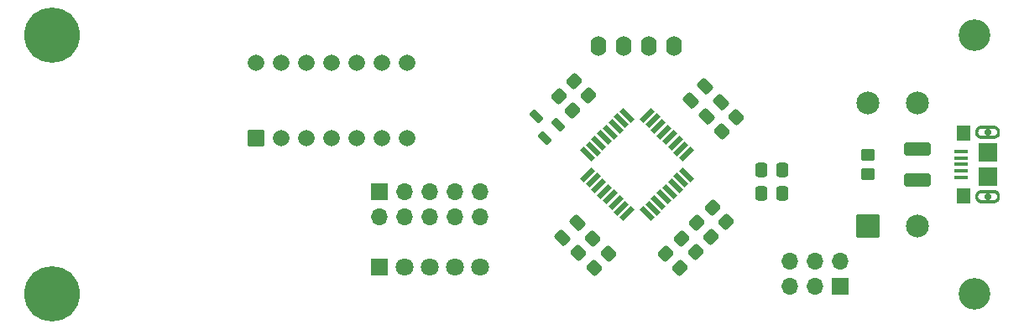
<source format=gbr>
%TF.GenerationSoftware,KiCad,Pcbnew,7.0.2*%
%TF.CreationDate,2024-05-08T22:38:03+07:00*%
%TF.ProjectId,multiport component tester,6d756c74-6970-46f7-9274-20636f6d706f,rev?*%
%TF.SameCoordinates,Original*%
%TF.FileFunction,Soldermask,Bot*%
%TF.FilePolarity,Negative*%
%FSLAX46Y46*%
G04 Gerber Fmt 4.6, Leading zero omitted, Abs format (unit mm)*
G04 Created by KiCad (PCBNEW 7.0.2) date 2024-05-08 22:38:03*
%MOMM*%
%LPD*%
G01*
G04 APERTURE LIST*
G04 Aperture macros list*
%AMRoundRect*
0 Rectangle with rounded corners*
0 $1 Rounding radius*
0 $2 $3 $4 $5 $6 $7 $8 $9 X,Y pos of 4 corners*
0 Add a 4 corners polygon primitive as box body*
4,1,4,$2,$3,$4,$5,$6,$7,$8,$9,$2,$3,0*
0 Add four circle primitives for the rounded corners*
1,1,$1+$1,$2,$3*
1,1,$1+$1,$4,$5*
1,1,$1+$1,$6,$7*
1,1,$1+$1,$8,$9*
0 Add four rect primitives between the rounded corners*
20,1,$1+$1,$2,$3,$4,$5,0*
20,1,$1+$1,$4,$5,$6,$7,0*
20,1,$1+$1,$6,$7,$8,$9,0*
20,1,$1+$1,$8,$9,$2,$3,0*%
%AMRotRect*
0 Rectangle, with rotation*
0 The origin of the aperture is its center*
0 $1 length*
0 $2 width*
0 $3 Rotation angle, in degrees counterclockwise*
0 Add horizontal line*
21,1,$1,$2,0,0,$3*%
G04 Aperture macros list end*
%ADD10RoundRect,0.102000X1.050000X-1.050000X1.050000X1.050000X-1.050000X1.050000X-1.050000X-1.050000X0*%
%ADD11C,2.304000*%
%ADD12R,1.800000X1.800000*%
%ADD13C,1.800000*%
%ADD14R,1.700000X1.700000*%
%ADD15O,1.700000X1.700000*%
%ADD16C,3.200000*%
%ADD17C,5.600000*%
%ADD18RoundRect,0.102000X-0.730000X-0.730000X0.730000X-0.730000X0.730000X0.730000X-0.730000X0.730000X0*%
%ADD19C,1.664000*%
%ADD20O,1.600000X2.000000*%
%ADD21RoundRect,0.250000X-0.097227X0.574524X-0.574524X0.097227X0.097227X-0.574524X0.574524X-0.097227X0*%
%ADD22RoundRect,0.250000X-0.565685X-0.070711X-0.070711X-0.565685X0.565685X0.070711X0.070711X0.565685X0*%
%ADD23RoundRect,0.250000X0.565685X0.070711X0.070711X0.565685X-0.565685X-0.070711X-0.070711X-0.565685X0*%
%ADD24RoundRect,0.190500X0.518309X-0.226274X-0.226274X0.518309X-0.518309X0.226274X0.226274X-0.518309X0*%
%ADD25C,0.710000*%
%ADD26R,1.350000X0.400000*%
%ADD27R,1.400000X1.600000*%
%ADD28R,1.900000X1.900000*%
%ADD29RoundRect,0.250000X-0.337500X-0.475000X0.337500X-0.475000X0.337500X0.475000X-0.337500X0.475000X0*%
%ADD30RoundRect,0.250000X0.097227X-0.574524X0.574524X-0.097227X-0.097227X0.574524X-0.574524X0.097227X0*%
%ADD31RoundRect,0.250000X0.070711X-0.565685X0.565685X-0.070711X-0.070711X0.565685X-0.565685X0.070711X0*%
%ADD32RotRect,1.600000X0.550000X225.000000*%
%ADD33RotRect,1.600000X0.550000X135.000000*%
%ADD34RoundRect,0.250000X-0.450000X0.350000X-0.450000X-0.350000X0.450000X-0.350000X0.450000X0.350000X0*%
%ADD35RoundRect,0.250000X-1.100000X0.412500X-1.100000X-0.412500X1.100000X-0.412500X1.100000X0.412500X0*%
G04 APERTURE END LIST*
%TO.C,MicroUSB1*%
G36*
X158625000Y-89530000D02*
G01*
X159280000Y-89530000D01*
X159311000Y-89531000D01*
X159342000Y-89533000D01*
X159373000Y-89537000D01*
X159404000Y-89543000D01*
X159434000Y-89550000D01*
X159464000Y-89559000D01*
X159493000Y-89570000D01*
X159522000Y-89581000D01*
X159550000Y-89595000D01*
X159577000Y-89610000D01*
X159604000Y-89626000D01*
X159630000Y-89644000D01*
X159654000Y-89663000D01*
X159678000Y-89683000D01*
X159701000Y-89704000D01*
X159722000Y-89727000D01*
X159742000Y-89751000D01*
X159761000Y-89775000D01*
X159779000Y-89801000D01*
X159795000Y-89828000D01*
X159810000Y-89855000D01*
X159824000Y-89883000D01*
X159835000Y-89912000D01*
X159846000Y-89941000D01*
X159855000Y-89971000D01*
X159862000Y-90001000D01*
X159868000Y-90032000D01*
X159872000Y-90063000D01*
X159874000Y-90094000D01*
X159875000Y-90125000D01*
X159875000Y-90185000D01*
X159877000Y-90223000D01*
X159878000Y-90256000D01*
X159876000Y-90289000D01*
X159872000Y-90322000D01*
X159867000Y-90355000D01*
X159860000Y-90387000D01*
X159851000Y-90419000D01*
X159841000Y-90450000D01*
X159828000Y-90481000D01*
X159814000Y-90511000D01*
X159799000Y-90540000D01*
X159781000Y-90568000D01*
X159763000Y-90595000D01*
X159742000Y-90621000D01*
X159721000Y-90646000D01*
X159698000Y-90670000D01*
X159673000Y-90692000D01*
X159648000Y-90713000D01*
X159621000Y-90733000D01*
X159594000Y-90751000D01*
X159565000Y-90768000D01*
X159536000Y-90783000D01*
X159506000Y-90796000D01*
X159475000Y-90807000D01*
X159443000Y-90817000D01*
X159411000Y-90825000D01*
X159379000Y-90832000D01*
X159346000Y-90836000D01*
X159313000Y-90839000D01*
X159280000Y-90840000D01*
X157970000Y-90840000D01*
X157939000Y-90839000D01*
X157908000Y-90837000D01*
X157877000Y-90833000D01*
X157846000Y-90827000D01*
X157816000Y-90820000D01*
X157786000Y-90811000D01*
X157757000Y-90800000D01*
X157728000Y-90789000D01*
X157700000Y-90775000D01*
X157673000Y-90760000D01*
X157646000Y-90744000D01*
X157620000Y-90726000D01*
X157596000Y-90707000D01*
X157572000Y-90687000D01*
X157549000Y-90666000D01*
X157528000Y-90643000D01*
X157508000Y-90619000D01*
X157489000Y-90595000D01*
X157471000Y-90569000D01*
X157455000Y-90543000D01*
X157440000Y-90515000D01*
X157426000Y-90487000D01*
X157415000Y-90458000D01*
X157404000Y-90429000D01*
X157395000Y-90399000D01*
X157388000Y-90369000D01*
X157382000Y-90338000D01*
X157378000Y-90307000D01*
X157376000Y-90276000D01*
X157375000Y-90245000D01*
X157375000Y-90204000D01*
X157675000Y-90204000D01*
X157677000Y-90222000D01*
X157679000Y-90241000D01*
X157683000Y-90259000D01*
X157687000Y-90277000D01*
X157692000Y-90295000D01*
X157699000Y-90312000D01*
X157706000Y-90329000D01*
X157714000Y-90346000D01*
X157723000Y-90363000D01*
X157732000Y-90378000D01*
X157743000Y-90394000D01*
X157754000Y-90408000D01*
X157766000Y-90423000D01*
X157779000Y-90436000D01*
X157792000Y-90449000D01*
X157807000Y-90461000D01*
X157821000Y-90472000D01*
X157837000Y-90483000D01*
X157853000Y-90492000D01*
X157869000Y-90501000D01*
X157886000Y-90509000D01*
X157903000Y-90516000D01*
X157920000Y-90523000D01*
X157938000Y-90528000D01*
X157956000Y-90532000D01*
X157974000Y-90536000D01*
X157993000Y-90538000D01*
X158011000Y-90540000D01*
X158030000Y-90540000D01*
X159220000Y-90540000D01*
X159239000Y-90540000D01*
X159257000Y-90538000D01*
X159276000Y-90536000D01*
X159294000Y-90532000D01*
X159312000Y-90528000D01*
X159330000Y-90523000D01*
X159347000Y-90516000D01*
X159364000Y-90509000D01*
X159381000Y-90501000D01*
X159397000Y-90492000D01*
X159413000Y-90483000D01*
X159429000Y-90472000D01*
X159443000Y-90461000D01*
X159458000Y-90449000D01*
X159471000Y-90436000D01*
X159484000Y-90423000D01*
X159496000Y-90408000D01*
X159507000Y-90394000D01*
X159518000Y-90378000D01*
X159527000Y-90363000D01*
X159536000Y-90346000D01*
X159544000Y-90329000D01*
X159551000Y-90312000D01*
X159558000Y-90295000D01*
X159563000Y-90277000D01*
X159567000Y-90259000D01*
X159571000Y-90241000D01*
X159573000Y-90222000D01*
X159575000Y-90204000D01*
X159575000Y-90185000D01*
X159575000Y-90166000D01*
X159573000Y-90148000D01*
X159571000Y-90129000D01*
X159567000Y-90111000D01*
X159563000Y-90093000D01*
X159558000Y-90075000D01*
X159551000Y-90058000D01*
X159544000Y-90041000D01*
X159536000Y-90024000D01*
X159527000Y-90008000D01*
X159518000Y-89992000D01*
X159507000Y-89976000D01*
X159496000Y-89962000D01*
X159484000Y-89947000D01*
X159471000Y-89934000D01*
X159458000Y-89921000D01*
X159443000Y-89909000D01*
X159429000Y-89898000D01*
X159413000Y-89887000D01*
X159397000Y-89878000D01*
X159381000Y-89869000D01*
X159364000Y-89861000D01*
X159347000Y-89854000D01*
X159330000Y-89847000D01*
X159312000Y-89842000D01*
X159294000Y-89838000D01*
X159276000Y-89834000D01*
X159257000Y-89832000D01*
X159239000Y-89830000D01*
X159220000Y-89830000D01*
X158625000Y-89830000D01*
X158030000Y-89830000D01*
X158011000Y-89830000D01*
X157993000Y-89832000D01*
X157974000Y-89834000D01*
X157956000Y-89838000D01*
X157938000Y-89842000D01*
X157920000Y-89847000D01*
X157903000Y-89854000D01*
X157886000Y-89861000D01*
X157869000Y-89869000D01*
X157853000Y-89878000D01*
X157837000Y-89887000D01*
X157821000Y-89898000D01*
X157807000Y-89909000D01*
X157792000Y-89921000D01*
X157779000Y-89934000D01*
X157766000Y-89947000D01*
X157754000Y-89962000D01*
X157743000Y-89976000D01*
X157732000Y-89992000D01*
X157723000Y-90008000D01*
X157714000Y-90024000D01*
X157706000Y-90041000D01*
X157699000Y-90058000D01*
X157692000Y-90075000D01*
X157687000Y-90093000D01*
X157683000Y-90111000D01*
X157679000Y-90129000D01*
X157677000Y-90148000D01*
X157675000Y-90166000D01*
X157675000Y-90185000D01*
X157675000Y-90204000D01*
X157375000Y-90204000D01*
X157375000Y-90125000D01*
X157376000Y-90094000D01*
X157378000Y-90063000D01*
X157382000Y-90032000D01*
X157388000Y-90001000D01*
X157395000Y-89971000D01*
X157404000Y-89941000D01*
X157415000Y-89912000D01*
X157426000Y-89883000D01*
X157440000Y-89855000D01*
X157455000Y-89828000D01*
X157471000Y-89801000D01*
X157489000Y-89775000D01*
X157508000Y-89751000D01*
X157528000Y-89727000D01*
X157549000Y-89704000D01*
X157572000Y-89683000D01*
X157596000Y-89663000D01*
X157620000Y-89644000D01*
X157646000Y-89626000D01*
X157673000Y-89610000D01*
X157700000Y-89595000D01*
X157728000Y-89581000D01*
X157757000Y-89570000D01*
X157786000Y-89559000D01*
X157816000Y-89550000D01*
X157846000Y-89543000D01*
X157877000Y-89537000D01*
X157908000Y-89533000D01*
X157939000Y-89531000D01*
X157970000Y-89530000D01*
X158625000Y-89530000D01*
G37*
G36*
X158625000Y-96040000D02*
G01*
X159280000Y-96040000D01*
X159311000Y-96041000D01*
X159342000Y-96043000D01*
X159373000Y-96047000D01*
X159404000Y-96053000D01*
X159434000Y-96060000D01*
X159464000Y-96069000D01*
X159493000Y-96080000D01*
X159522000Y-96091000D01*
X159550000Y-96105000D01*
X159577000Y-96120000D01*
X159604000Y-96136000D01*
X159630000Y-96154000D01*
X159654000Y-96173000D01*
X159678000Y-96193000D01*
X159701000Y-96214000D01*
X159722000Y-96237000D01*
X159742000Y-96261000D01*
X159761000Y-96285000D01*
X159779000Y-96311000D01*
X159795000Y-96337000D01*
X159810000Y-96365000D01*
X159824000Y-96393000D01*
X159835000Y-96422000D01*
X159846000Y-96451000D01*
X159855000Y-96481000D01*
X159862000Y-96511000D01*
X159868000Y-96542000D01*
X159872000Y-96573000D01*
X159874000Y-96604000D01*
X159875000Y-96635000D01*
X159875000Y-96695000D01*
X159877000Y-96733000D01*
X159878000Y-96766000D01*
X159876000Y-96799000D01*
X159872000Y-96832000D01*
X159867000Y-96865000D01*
X159860000Y-96897000D01*
X159851000Y-96929000D01*
X159841000Y-96960000D01*
X159828000Y-96991000D01*
X159814000Y-97021000D01*
X159799000Y-97050000D01*
X159781000Y-97078000D01*
X159763000Y-97105000D01*
X159742000Y-97131000D01*
X159721000Y-97156000D01*
X159698000Y-97180000D01*
X159673000Y-97202000D01*
X159648000Y-97223000D01*
X159621000Y-97243000D01*
X159594000Y-97261000D01*
X159565000Y-97278000D01*
X159536000Y-97293000D01*
X159506000Y-97306000D01*
X159475000Y-97317000D01*
X159443000Y-97327000D01*
X159411000Y-97335000D01*
X159379000Y-97342000D01*
X159346000Y-97346000D01*
X159313000Y-97349000D01*
X159280000Y-97350000D01*
X157970000Y-97350000D01*
X157939000Y-97349000D01*
X157908000Y-97347000D01*
X157877000Y-97343000D01*
X157846000Y-97337000D01*
X157816000Y-97330000D01*
X157786000Y-97321000D01*
X157757000Y-97310000D01*
X157728000Y-97299000D01*
X157700000Y-97285000D01*
X157673000Y-97270000D01*
X157646000Y-97254000D01*
X157620000Y-97236000D01*
X157596000Y-97217000D01*
X157572000Y-97197000D01*
X157549000Y-97176000D01*
X157528000Y-97153000D01*
X157508000Y-97129000D01*
X157489000Y-97105000D01*
X157471000Y-97079000D01*
X157455000Y-97053000D01*
X157440000Y-97025000D01*
X157426000Y-96997000D01*
X157415000Y-96968000D01*
X157404000Y-96939000D01*
X157395000Y-96909000D01*
X157388000Y-96879000D01*
X157382000Y-96848000D01*
X157378000Y-96817000D01*
X157376000Y-96786000D01*
X157375000Y-96755000D01*
X157375000Y-96714000D01*
X157675000Y-96714000D01*
X157677000Y-96732000D01*
X157679000Y-96751000D01*
X157683000Y-96769000D01*
X157687000Y-96787000D01*
X157692000Y-96805000D01*
X157699000Y-96822000D01*
X157706000Y-96839000D01*
X157714000Y-96856000D01*
X157723000Y-96873000D01*
X157732000Y-96888000D01*
X157743000Y-96904000D01*
X157754000Y-96918000D01*
X157766000Y-96933000D01*
X157779000Y-96946000D01*
X157792000Y-96959000D01*
X157807000Y-96971000D01*
X157821000Y-96982000D01*
X157837000Y-96993000D01*
X157853000Y-97002000D01*
X157869000Y-97011000D01*
X157886000Y-97019000D01*
X157903000Y-97026000D01*
X157920000Y-97033000D01*
X157938000Y-97038000D01*
X157956000Y-97042000D01*
X157974000Y-97046000D01*
X157993000Y-97048000D01*
X158011000Y-97050000D01*
X158030000Y-97050000D01*
X159220000Y-97050000D01*
X159239000Y-97050000D01*
X159257000Y-97048000D01*
X159276000Y-97046000D01*
X159294000Y-97042000D01*
X159312000Y-97038000D01*
X159330000Y-97033000D01*
X159347000Y-97026000D01*
X159364000Y-97019000D01*
X159381000Y-97011000D01*
X159397000Y-97002000D01*
X159413000Y-96993000D01*
X159429000Y-96982000D01*
X159443000Y-96971000D01*
X159458000Y-96959000D01*
X159471000Y-96946000D01*
X159484000Y-96933000D01*
X159496000Y-96918000D01*
X159507000Y-96904000D01*
X159518000Y-96888000D01*
X159527000Y-96873000D01*
X159536000Y-96856000D01*
X159544000Y-96839000D01*
X159551000Y-96822000D01*
X159558000Y-96805000D01*
X159563000Y-96787000D01*
X159567000Y-96769000D01*
X159571000Y-96751000D01*
X159573000Y-96732000D01*
X159575000Y-96714000D01*
X159575000Y-96695000D01*
X159575000Y-96676000D01*
X159573000Y-96658000D01*
X159571000Y-96639000D01*
X159567000Y-96621000D01*
X159563000Y-96603000D01*
X159558000Y-96585000D01*
X159551000Y-96568000D01*
X159544000Y-96551000D01*
X159536000Y-96534000D01*
X159527000Y-96518000D01*
X159518000Y-96502000D01*
X159507000Y-96486000D01*
X159496000Y-96472000D01*
X159484000Y-96457000D01*
X159471000Y-96444000D01*
X159458000Y-96431000D01*
X159443000Y-96419000D01*
X159429000Y-96408000D01*
X159413000Y-96397000D01*
X159397000Y-96388000D01*
X159381000Y-96379000D01*
X159364000Y-96371000D01*
X159347000Y-96364000D01*
X159330000Y-96357000D01*
X159312000Y-96352000D01*
X159294000Y-96348000D01*
X159276000Y-96344000D01*
X159257000Y-96342000D01*
X159239000Y-96340000D01*
X159220000Y-96340000D01*
X158625000Y-96340000D01*
X158030000Y-96340000D01*
X158011000Y-96340000D01*
X157993000Y-96342000D01*
X157974000Y-96344000D01*
X157956000Y-96348000D01*
X157938000Y-96352000D01*
X157920000Y-96357000D01*
X157903000Y-96364000D01*
X157886000Y-96371000D01*
X157869000Y-96379000D01*
X157853000Y-96388000D01*
X157837000Y-96397000D01*
X157821000Y-96408000D01*
X157807000Y-96419000D01*
X157792000Y-96431000D01*
X157779000Y-96444000D01*
X157766000Y-96457000D01*
X157754000Y-96472000D01*
X157743000Y-96486000D01*
X157732000Y-96502000D01*
X157723000Y-96518000D01*
X157714000Y-96534000D01*
X157706000Y-96551000D01*
X157699000Y-96568000D01*
X157692000Y-96585000D01*
X157687000Y-96603000D01*
X157683000Y-96621000D01*
X157679000Y-96639000D01*
X157677000Y-96658000D01*
X157675000Y-96676000D01*
X157675000Y-96695000D01*
X157675000Y-96714000D01*
X157375000Y-96714000D01*
X157375000Y-96635000D01*
X157376000Y-96604000D01*
X157378000Y-96573000D01*
X157382000Y-96542000D01*
X157388000Y-96511000D01*
X157395000Y-96481000D01*
X157404000Y-96451000D01*
X157415000Y-96422000D01*
X157426000Y-96393000D01*
X157440000Y-96365000D01*
X157455000Y-96337000D01*
X157471000Y-96311000D01*
X157489000Y-96285000D01*
X157508000Y-96261000D01*
X157528000Y-96237000D01*
X157549000Y-96214000D01*
X157572000Y-96193000D01*
X157596000Y-96173000D01*
X157620000Y-96154000D01*
X157646000Y-96136000D01*
X157673000Y-96120000D01*
X157700000Y-96105000D01*
X157728000Y-96091000D01*
X157757000Y-96080000D01*
X157786000Y-96069000D01*
X157816000Y-96060000D01*
X157846000Y-96053000D01*
X157877000Y-96047000D01*
X157908000Y-96043000D01*
X157939000Y-96041000D01*
X157970000Y-96040000D01*
X158625000Y-96040000D01*
G37*
%TD*%
D10*
%TO.C,S2*%
X146540000Y-99690000D03*
D11*
X146540000Y-87190000D03*
X151540000Y-99690000D03*
X151540000Y-87190000D03*
%TD*%
D12*
%TO.C,J2*%
X97280000Y-103820000D03*
D13*
X99820000Y-103820000D03*
X102360000Y-103820000D03*
X104900000Y-103820000D03*
X107440000Y-103820000D03*
%TD*%
D14*
%TO.C,J1*%
X97280000Y-96230000D03*
D15*
X97280000Y-98770000D03*
X99820000Y-96230000D03*
X99820000Y-98770000D03*
X102360000Y-96230000D03*
X102360000Y-98770000D03*
X104900000Y-96230000D03*
X104900000Y-98770000D03*
X107440000Y-96230000D03*
X107440000Y-98770000D03*
%TD*%
D16*
%TO.C,H1*%
X157285000Y-80365000D03*
%TD*%
D17*
%TO.C,J3*%
X64260000Y-80390000D03*
%TD*%
%TO.C,J4*%
X64260000Y-106490000D03*
%TD*%
D16*
%TO.C,H2*%
X157285000Y-106515000D03*
%TD*%
D18*
%TO.C,Zif1*%
X84800000Y-90820000D03*
D19*
X87340000Y-90820000D03*
X89880000Y-90820000D03*
X92420000Y-90820000D03*
X94960000Y-90820000D03*
X97500000Y-90820000D03*
X100040000Y-90820000D03*
X100040000Y-83200000D03*
X97500000Y-83200000D03*
X94960000Y-83200000D03*
X92420000Y-83200000D03*
X89880000Y-83200000D03*
X87340000Y-83200000D03*
X84800000Y-83200000D03*
%TD*%
D20*
%TO.C,OLED1*%
X119340000Y-81490000D03*
X121880000Y-81490000D03*
X124420000Y-81490000D03*
X126960000Y-81490000D03*
%TD*%
D21*
%TO.C,C3*%
X117220000Y-99350000D03*
X115752754Y-100817246D03*
%TD*%
D22*
%TO.C,R3*%
X115355786Y-86555786D03*
X116770000Y-87970000D03*
%TD*%
D23*
%TO.C,R6*%
X130714214Y-100764214D03*
X129300000Y-99350000D03*
%TD*%
D24*
%TO.C,U2*%
X115290000Y-89420000D03*
X113946497Y-90763503D03*
X113119182Y-88592685D03*
%TD*%
D25*
%TO.C,MicroUSB1*%
X158625000Y-90185000D03*
X158625000Y-96695000D03*
D26*
X155950000Y-92140000D03*
X155950000Y-92790000D03*
X155950000Y-93440000D03*
X155950000Y-94090000D03*
X155950000Y-94740000D03*
D27*
X156175000Y-96640000D03*
X156175000Y-90240000D03*
D28*
X158625000Y-92240000D03*
X158625000Y-94640000D03*
%TD*%
D23*
%TO.C,R5*%
X132274214Y-99204214D03*
X130860000Y-97790000D03*
%TD*%
D29*
%TO.C,C6*%
X135802500Y-96370000D03*
X137877500Y-96370000D03*
%TD*%
%TO.C,C5*%
X135802500Y-93970000D03*
X137877500Y-93970000D03*
%TD*%
D23*
%TO.C,R8*%
X127574214Y-103904214D03*
X126160000Y-102490000D03*
%TD*%
D30*
%TO.C,C1*%
X128650000Y-86960000D03*
X130117246Y-85492754D03*
%TD*%
D31*
%TO.C,R2*%
X131850000Y-90110000D03*
X133264214Y-88695786D03*
%TD*%
D32*
%TO.C,U1*%
X124285305Y-88454897D03*
X124850990Y-89020583D03*
X125416676Y-89586268D03*
X125982361Y-90151953D03*
X126548047Y-90717639D03*
X127113732Y-91283324D03*
X127679417Y-91849010D03*
X128245103Y-92414695D03*
D33*
X128245103Y-94465305D03*
X127679417Y-95030990D03*
X127113732Y-95596676D03*
X126548047Y-96162361D03*
X125982361Y-96728047D03*
X125416676Y-97293732D03*
X124850990Y-97859417D03*
X124285305Y-98425103D03*
D32*
X122234695Y-98425103D03*
X121669010Y-97859417D03*
X121103324Y-97293732D03*
X120537639Y-96728047D03*
X119971953Y-96162361D03*
X119406268Y-95596676D03*
X118840583Y-95030990D03*
X118274897Y-94465305D03*
D33*
X118274897Y-92414695D03*
X118840583Y-91849010D03*
X119406268Y-91283324D03*
X119971953Y-90717639D03*
X120537639Y-90151953D03*
X121103324Y-89586268D03*
X121669010Y-89020583D03*
X122234695Y-88454897D03*
%TD*%
D23*
%TO.C,R7*%
X129154214Y-102334214D03*
X127740000Y-100920000D03*
%TD*%
D31*
%TO.C,R10*%
X117375786Y-102354214D03*
X118790000Y-100940000D03*
%TD*%
D14*
%TO.C,ICSP1*%
X143750000Y-105735000D03*
D15*
X143750000Y-103195000D03*
X141210000Y-105735000D03*
X141210000Y-103195000D03*
X138670000Y-105735000D03*
X138670000Y-103195000D03*
%TD*%
D31*
%TO.C,R9*%
X118925786Y-103914214D03*
X120340000Y-102500000D03*
%TD*%
D22*
%TO.C,R1*%
X116905786Y-85005786D03*
X118320000Y-86420000D03*
%TD*%
D34*
%TO.C,R4*%
X146540000Y-92440000D03*
X146540000Y-94440000D03*
%TD*%
D35*
%TO.C,C4*%
X151540000Y-91877500D03*
X151540000Y-95002500D03*
%TD*%
D30*
%TO.C,C2*%
X130246377Y-88573623D03*
X131713623Y-87106377D03*
%TD*%
M02*

</source>
